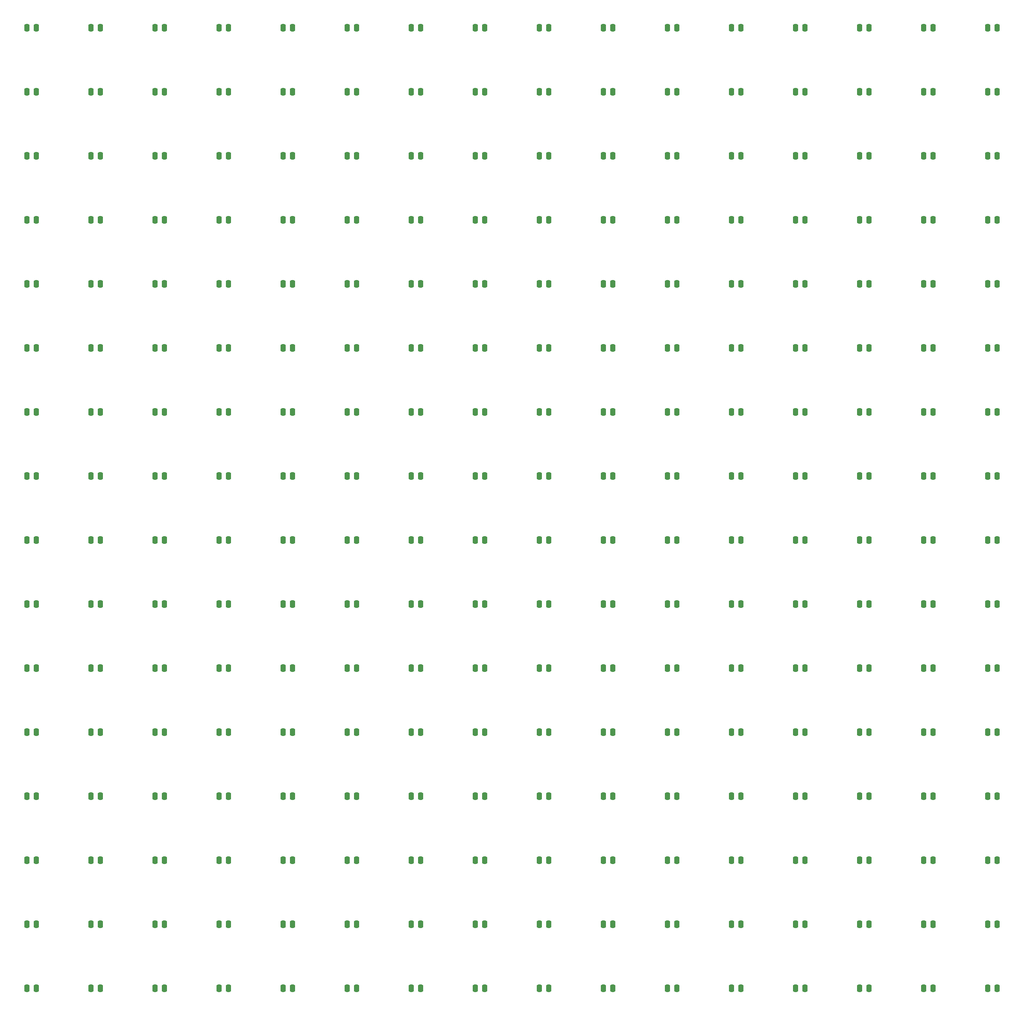
<source format=gbr>
%TF.GenerationSoftware,KiCad,Pcbnew,(7.0.0)*%
%TF.CreationDate,2023-07-17T21:56:26-06:00*%
%TF.ProjectId,led-matrix-v4,6c65642d-6d61-4747-9269-782d76342e6b,0*%
%TF.SameCoordinates,Original*%
%TF.FileFunction,Paste,Bot*%
%TF.FilePolarity,Positive*%
%FSLAX46Y46*%
G04 Gerber Fmt 4.6, Leading zero omitted, Abs format (unit mm)*
G04 Created by KiCad (PCBNEW (7.0.0)) date 2023-07-17 21:56:26*
%MOMM*%
%LPD*%
G01*
G04 APERTURE LIST*
G04 Aperture macros list*
%AMRoundRect*
0 Rectangle with rounded corners*
0 $1 Rounding radius*
0 $2 $3 $4 $5 $6 $7 $8 $9 X,Y pos of 4 corners*
0 Add a 4 corners polygon primitive as box body*
4,1,4,$2,$3,$4,$5,$6,$7,$8,$9,$2,$3,0*
0 Add four circle primitives for the rounded corners*
1,1,$1+$1,$2,$3*
1,1,$1+$1,$4,$5*
1,1,$1+$1,$6,$7*
1,1,$1+$1,$8,$9*
0 Add four rect primitives between the rounded corners*
20,1,$1+$1,$2,$3,$4,$5,0*
20,1,$1+$1,$4,$5,$6,$7,0*
20,1,$1+$1,$6,$7,$8,$9,0*
20,1,$1+$1,$8,$9,$2,$3,0*%
G04 Aperture macros list end*
%ADD10RoundRect,0.250000X0.250000X0.475000X-0.250000X0.475000X-0.250000X-0.475000X0.250000X-0.475000X0*%
G04 APERTURE END LIST*
D10*
%TO.C,C228*%
X224100000Y-209200000D03*
X222200000Y-209200000D03*
%TD*%
%TO.C,C36*%
X122500000Y-107600000D03*
X120600000Y-107600000D03*
%TD*%
%TO.C,C19*%
X109800000Y-82200000D03*
X107900000Y-82200000D03*
%TD*%
%TO.C,C90*%
X160600000Y-196500000D03*
X158700000Y-196500000D03*
%TD*%
%TO.C,C208*%
X186000000Y-171100000D03*
X184100000Y-171100000D03*
%TD*%
%TO.C,C153*%
X274900000Y-94900000D03*
X273000000Y-94900000D03*
%TD*%
%TO.C,C47*%
X97100000Y-120300000D03*
X95200000Y-120300000D03*
%TD*%
%TO.C,C200*%
X274900000Y-158400000D03*
X273000000Y-158400000D03*
%TD*%
%TO.C,C28*%
X135200000Y-94900000D03*
X133300000Y-94900000D03*
%TD*%
%TO.C,C173*%
X224100000Y-120300000D03*
X222200000Y-120300000D03*
%TD*%
%TO.C,C220*%
X236800000Y-196500000D03*
X234900000Y-196500000D03*
%TD*%
%TO.C,C113*%
X84400000Y-234600000D03*
X82500000Y-234600000D03*
%TD*%
%TO.C,C100*%
X122500000Y-209200000D03*
X120600000Y-209200000D03*
%TD*%
%TO.C,C162*%
X198700000Y-107600000D03*
X196800000Y-107600000D03*
%TD*%
%TO.C,C215*%
X262200000Y-183800000D03*
X260300000Y-183800000D03*
%TD*%
%TO.C,C27*%
X147900000Y-94900000D03*
X146000000Y-94900000D03*
%TD*%
%TO.C,C53*%
X135200000Y-133000000D03*
X133300000Y-133000000D03*
%TD*%
%TO.C,C59*%
X147900000Y-145700000D03*
X146000000Y-145700000D03*
%TD*%
%TO.C,C256*%
X186000000Y-247300000D03*
X184100000Y-247300000D03*
%TD*%
%TO.C,C125*%
X122500000Y-247300000D03*
X120600000Y-247300000D03*
%TD*%
%TO.C,C23*%
X160600000Y-82200000D03*
X158700000Y-82200000D03*
%TD*%
%TO.C,C167*%
X262200000Y-107600000D03*
X260300000Y-107600000D03*
%TD*%
%TO.C,C108*%
X135200000Y-221900000D03*
X133300000Y-221900000D03*
%TD*%
%TO.C,C166*%
X249500000Y-107600000D03*
X247600000Y-107600000D03*
%TD*%
%TO.C,C52*%
X122500000Y-133000000D03*
X120600000Y-133000000D03*
%TD*%
%TO.C,C140*%
X236800000Y-69500000D03*
X234900000Y-69500000D03*
%TD*%
%TO.C,C150*%
X249500000Y-82200000D03*
X247600000Y-82200000D03*
%TD*%
%TO.C,C135*%
X262200000Y-56800000D03*
X260300000Y-56800000D03*
%TD*%
%TO.C,C211*%
X211400000Y-183800000D03*
X209500000Y-183800000D03*
%TD*%
%TO.C,C73*%
X173300000Y-171100000D03*
X171400000Y-171100000D03*
%TD*%
%TO.C,C172*%
X236800000Y-120300000D03*
X234900000Y-120300000D03*
%TD*%
%TO.C,C196*%
X224100000Y-158400000D03*
X222200000Y-158400000D03*
%TD*%
%TO.C,C199*%
X262200000Y-158400000D03*
X260300000Y-158400000D03*
%TD*%
%TO.C,C65*%
X84400000Y-158400000D03*
X82500000Y-158400000D03*
%TD*%
%TO.C,C4*%
X122500000Y-56800000D03*
X120600000Y-56800000D03*
%TD*%
%TO.C,C239*%
X198700000Y-221900000D03*
X196800000Y-221900000D03*
%TD*%
%TO.C,C78*%
X109800000Y-171100000D03*
X107900000Y-171100000D03*
%TD*%
%TO.C,C242*%
X198700000Y-234600000D03*
X196800000Y-234600000D03*
%TD*%
%TO.C,C243*%
X211400000Y-234600000D03*
X209500000Y-234600000D03*
%TD*%
%TO.C,C210*%
X198700000Y-183800000D03*
X196800000Y-183800000D03*
%TD*%
%TO.C,C88*%
X173300000Y-183800000D03*
X171400000Y-183800000D03*
%TD*%
%TO.C,C67*%
X109800000Y-158400000D03*
X107900000Y-158400000D03*
%TD*%
%TO.C,C231*%
X262200000Y-209200000D03*
X260300000Y-209200000D03*
%TD*%
%TO.C,C112*%
X84400000Y-221900000D03*
X82500000Y-221900000D03*
%TD*%
%TO.C,C136*%
X274900000Y-56800000D03*
X273000000Y-56800000D03*
%TD*%
%TO.C,C193*%
X186000000Y-158400000D03*
X184100000Y-158400000D03*
%TD*%
%TO.C,C17*%
X84400000Y-82200000D03*
X82500000Y-82200000D03*
%TD*%
%TO.C,C158*%
X211400000Y-94900000D03*
X209500000Y-94900000D03*
%TD*%
%TO.C,C160*%
X186000000Y-94900000D03*
X184100000Y-94900000D03*
%TD*%
%TO.C,C101*%
X135200000Y-209200000D03*
X133300000Y-209200000D03*
%TD*%
%TO.C,C185*%
X274900000Y-145700000D03*
X273000000Y-145700000D03*
%TD*%
%TO.C,C99*%
X109800000Y-209200000D03*
X107900000Y-209200000D03*
%TD*%
%TO.C,C76*%
X135200000Y-171100000D03*
X133300000Y-171100000D03*
%TD*%
%TO.C,C70*%
X147900000Y-158400000D03*
X146000000Y-158400000D03*
%TD*%
%TO.C,C84*%
X122500000Y-183800000D03*
X120600000Y-183800000D03*
%TD*%
%TO.C,C226*%
X198700000Y-209200000D03*
X196800000Y-209200000D03*
%TD*%
%TO.C,C72*%
X173300000Y-158400000D03*
X171400000Y-158400000D03*
%TD*%
%TO.C,C223*%
X198700000Y-196500000D03*
X196800000Y-196500000D03*
%TD*%
%TO.C,C50*%
X97100000Y-133000000D03*
X95200000Y-133000000D03*
%TD*%
%TO.C,C39*%
X160600000Y-107600000D03*
X158700000Y-107600000D03*
%TD*%
%TO.C,C41*%
X173300000Y-120300000D03*
X171400000Y-120300000D03*
%TD*%
%TO.C,C25*%
X173300000Y-94900000D03*
X171400000Y-94900000D03*
%TD*%
%TO.C,C33*%
X84400000Y-107600000D03*
X82500000Y-107600000D03*
%TD*%
%TO.C,C232*%
X274900000Y-209200000D03*
X273000000Y-209200000D03*
%TD*%
%TO.C,C109*%
X122500000Y-221900000D03*
X120600000Y-221900000D03*
%TD*%
%TO.C,C44*%
X135200000Y-120300000D03*
X133300000Y-120300000D03*
%TD*%
%TO.C,C251*%
X249500000Y-247300000D03*
X247600000Y-247300000D03*
%TD*%
%TO.C,C168*%
X274900000Y-107600000D03*
X273000000Y-107600000D03*
%TD*%
%TO.C,C130*%
X198700000Y-56800000D03*
X196800000Y-56800000D03*
%TD*%
%TO.C,C222*%
X211400000Y-196500000D03*
X209500000Y-196500000D03*
%TD*%
%TO.C,C147*%
X211400000Y-82200000D03*
X209500000Y-82200000D03*
%TD*%
%TO.C,C237*%
X224100000Y-221900000D03*
X222200000Y-221900000D03*
%TD*%
%TO.C,C82*%
X97100000Y-183800000D03*
X95200000Y-183800000D03*
%TD*%
%TO.C,C1*%
X84400000Y-56800000D03*
X82500000Y-56800000D03*
%TD*%
%TO.C,C213*%
X236800000Y-183800000D03*
X234900000Y-183800000D03*
%TD*%
%TO.C,C35*%
X109800000Y-107600000D03*
X107900000Y-107600000D03*
%TD*%
%TO.C,C77*%
X122500000Y-171100000D03*
X120600000Y-171100000D03*
%TD*%
%TO.C,C138*%
X262200000Y-69500000D03*
X260300000Y-69500000D03*
%TD*%
%TO.C,C204*%
X236800000Y-171100000D03*
X234900000Y-171100000D03*
%TD*%
%TO.C,C157*%
X224100000Y-94900000D03*
X222200000Y-94900000D03*
%TD*%
%TO.C,C155*%
X249500000Y-94900000D03*
X247600000Y-94900000D03*
%TD*%
%TO.C,C119*%
X160600000Y-234600000D03*
X158700000Y-234600000D03*
%TD*%
%TO.C,C206*%
X211400000Y-171100000D03*
X209500000Y-171100000D03*
%TD*%
%TO.C,C61*%
X122500000Y-145700000D03*
X120600000Y-145700000D03*
%TD*%
%TO.C,C207*%
X198700000Y-171100000D03*
X196800000Y-171100000D03*
%TD*%
%TO.C,C221*%
X224100000Y-196500000D03*
X222200000Y-196500000D03*
%TD*%
%TO.C,C230*%
X249500000Y-209200000D03*
X247600000Y-209200000D03*
%TD*%
%TO.C,C9*%
X173300000Y-69500000D03*
X171400000Y-69500000D03*
%TD*%
%TO.C,C79*%
X97100000Y-171100000D03*
X95200000Y-171100000D03*
%TD*%
%TO.C,C252*%
X236800000Y-247300000D03*
X234900000Y-247300000D03*
%TD*%
%TO.C,C143*%
X198700000Y-69500000D03*
X196800000Y-69500000D03*
%TD*%
%TO.C,C188*%
X236800000Y-145700000D03*
X234900000Y-145700000D03*
%TD*%
%TO.C,C121*%
X173300000Y-247300000D03*
X171400000Y-247300000D03*
%TD*%
%TO.C,C192*%
X186000000Y-145700000D03*
X184100000Y-145700000D03*
%TD*%
%TO.C,C7*%
X160600000Y-56800000D03*
X158700000Y-56800000D03*
%TD*%
%TO.C,C16*%
X84400000Y-69500000D03*
X82500000Y-69500000D03*
%TD*%
%TO.C,C152*%
X274900000Y-82200000D03*
X273000000Y-82200000D03*
%TD*%
%TO.C,C187*%
X249500000Y-145700000D03*
X247600000Y-145700000D03*
%TD*%
%TO.C,C212*%
X224100000Y-183800000D03*
X222200000Y-183800000D03*
%TD*%
%TO.C,C198*%
X249500000Y-158400000D03*
X247600000Y-158400000D03*
%TD*%
%TO.C,C194*%
X198700000Y-158400000D03*
X196800000Y-158400000D03*
%TD*%
%TO.C,C144*%
X186000000Y-69500000D03*
X184100000Y-69500000D03*
%TD*%
%TO.C,C129*%
X186000000Y-56800000D03*
X184100000Y-56800000D03*
%TD*%
%TO.C,C142*%
X211400000Y-69500000D03*
X209500000Y-69500000D03*
%TD*%
%TO.C,C191*%
X198700000Y-145700000D03*
X196800000Y-145700000D03*
%TD*%
%TO.C,C37*%
X135200000Y-107600000D03*
X133300000Y-107600000D03*
%TD*%
%TO.C,C248*%
X274900000Y-234600000D03*
X273000000Y-234600000D03*
%TD*%
%TO.C,C240*%
X186000000Y-221900000D03*
X184100000Y-221900000D03*
%TD*%
%TO.C,C159*%
X198700000Y-94900000D03*
X196800000Y-94900000D03*
%TD*%
%TO.C,C236*%
X236800000Y-221900000D03*
X234900000Y-221900000D03*
%TD*%
%TO.C,C137*%
X274900000Y-69500000D03*
X273000000Y-69500000D03*
%TD*%
%TO.C,C95*%
X97100000Y-196500000D03*
X95200000Y-196500000D03*
%TD*%
%TO.C,C224*%
X186000000Y-196500000D03*
X184100000Y-196500000D03*
%TD*%
%TO.C,C55*%
X160600000Y-133000000D03*
X158700000Y-133000000D03*
%TD*%
%TO.C,C169*%
X274900000Y-120300000D03*
X273000000Y-120300000D03*
%TD*%
%TO.C,C146*%
X198700000Y-82200000D03*
X196800000Y-82200000D03*
%TD*%
%TO.C,C132*%
X224100000Y-56800000D03*
X222200000Y-56800000D03*
%TD*%
%TO.C,C209*%
X186000000Y-183800000D03*
X184100000Y-183800000D03*
%TD*%
%TO.C,C244*%
X224100000Y-234600000D03*
X222200000Y-234600000D03*
%TD*%
%TO.C,C31*%
X97100000Y-94900000D03*
X95200000Y-94900000D03*
%TD*%
%TO.C,C64*%
X84400000Y-145700000D03*
X82500000Y-145700000D03*
%TD*%
%TO.C,C18*%
X97100000Y-82200000D03*
X95200000Y-82200000D03*
%TD*%
%TO.C,C56*%
X173300000Y-133000000D03*
X171400000Y-133000000D03*
%TD*%
%TO.C,C80*%
X84400000Y-171100000D03*
X82500000Y-171100000D03*
%TD*%
%TO.C,C134*%
X249500000Y-56800000D03*
X247600000Y-56800000D03*
%TD*%
%TO.C,C111*%
X97100000Y-221900000D03*
X95200000Y-221900000D03*
%TD*%
%TO.C,C69*%
X135200000Y-158400000D03*
X133300000Y-158400000D03*
%TD*%
%TO.C,C93*%
X122500000Y-196500000D03*
X120600000Y-196500000D03*
%TD*%
%TO.C,C184*%
X274900000Y-133000000D03*
X273000000Y-133000000D03*
%TD*%
%TO.C,C66*%
X97100000Y-158400000D03*
X95200000Y-158400000D03*
%TD*%
%TO.C,C87*%
X160600000Y-183800000D03*
X158700000Y-183800000D03*
%TD*%
%TO.C,C5*%
X135200000Y-56800000D03*
X133300000Y-56800000D03*
%TD*%
%TO.C,C171*%
X249500000Y-120300000D03*
X247600000Y-120300000D03*
%TD*%
%TO.C,C20*%
X122500000Y-82200000D03*
X120600000Y-82200000D03*
%TD*%
%TO.C,C68*%
X122500000Y-158400000D03*
X120600000Y-158400000D03*
%TD*%
%TO.C,C81*%
X84400000Y-183800000D03*
X82500000Y-183800000D03*
%TD*%
%TO.C,C156*%
X236800000Y-94900000D03*
X234900000Y-94900000D03*
%TD*%
%TO.C,C107*%
X147900000Y-221900000D03*
X146000000Y-221900000D03*
%TD*%
%TO.C,C98*%
X97100000Y-209200000D03*
X95200000Y-209200000D03*
%TD*%
%TO.C,C216*%
X274900000Y-183800000D03*
X273000000Y-183800000D03*
%TD*%
%TO.C,C63*%
X97100000Y-145700000D03*
X95200000Y-145700000D03*
%TD*%
%TO.C,C13*%
X122500000Y-69500000D03*
X120600000Y-69500000D03*
%TD*%
%TO.C,C180*%
X224100000Y-133000000D03*
X222200000Y-133000000D03*
%TD*%
%TO.C,C106*%
X160600000Y-221900000D03*
X158700000Y-221900000D03*
%TD*%
%TO.C,C15*%
X97100000Y-69500000D03*
X95200000Y-69500000D03*
%TD*%
%TO.C,C38*%
X147900000Y-107600000D03*
X146000000Y-107600000D03*
%TD*%
%TO.C,C22*%
X147900000Y-82200000D03*
X146000000Y-82200000D03*
%TD*%
%TO.C,C115*%
X109800000Y-234600000D03*
X107900000Y-234600000D03*
%TD*%
%TO.C,C148*%
X224100000Y-82200000D03*
X222200000Y-82200000D03*
%TD*%
%TO.C,C49*%
X84400000Y-133000000D03*
X82500000Y-133000000D03*
%TD*%
%TO.C,C190*%
X211400000Y-145700000D03*
X209500000Y-145700000D03*
%TD*%
%TO.C,C58*%
X160600000Y-145700000D03*
X158700000Y-145700000D03*
%TD*%
%TO.C,C197*%
X236800000Y-158400000D03*
X234900000Y-158400000D03*
%TD*%
%TO.C,C118*%
X147900000Y-234600000D03*
X146000000Y-234600000D03*
%TD*%
%TO.C,C149*%
X236800000Y-82200000D03*
X234900000Y-82200000D03*
%TD*%
%TO.C,C57*%
X173300000Y-145700000D03*
X171400000Y-145700000D03*
%TD*%
%TO.C,C219*%
X249500000Y-196500000D03*
X247600000Y-196500000D03*
%TD*%
%TO.C,C189*%
X224100000Y-145700000D03*
X222200000Y-145700000D03*
%TD*%
%TO.C,C127*%
X97100000Y-247300000D03*
X95200000Y-247300000D03*
%TD*%
%TO.C,C203*%
X249500000Y-171100000D03*
X247600000Y-171100000D03*
%TD*%
%TO.C,C235*%
X249500000Y-221900000D03*
X247600000Y-221900000D03*
%TD*%
%TO.C,C30*%
X109800000Y-94900000D03*
X107900000Y-94900000D03*
%TD*%
%TO.C,C42*%
X160600000Y-120300000D03*
X158700000Y-120300000D03*
%TD*%
%TO.C,C54*%
X147900000Y-133000000D03*
X146000000Y-133000000D03*
%TD*%
%TO.C,C181*%
X236800000Y-133000000D03*
X234900000Y-133000000D03*
%TD*%
%TO.C,C46*%
X109800000Y-120300000D03*
X107900000Y-120300000D03*
%TD*%
%TO.C,C126*%
X109800000Y-247300000D03*
X107900000Y-247300000D03*
%TD*%
%TO.C,C2*%
X97100000Y-56800000D03*
X95200000Y-56800000D03*
%TD*%
%TO.C,C8*%
X173300000Y-56800000D03*
X171400000Y-56800000D03*
%TD*%
%TO.C,C154*%
X262200000Y-94900000D03*
X260300000Y-94900000D03*
%TD*%
%TO.C,C225*%
X186000000Y-209200000D03*
X184100000Y-209200000D03*
%TD*%
%TO.C,C250*%
X262200000Y-247300000D03*
X260300000Y-247300000D03*
%TD*%
%TO.C,C164*%
X224100000Y-107600000D03*
X222200000Y-107600000D03*
%TD*%
%TO.C,C247*%
X262200000Y-234600000D03*
X260300000Y-234600000D03*
%TD*%
%TO.C,C89*%
X173300000Y-196500000D03*
X171400000Y-196500000D03*
%TD*%
%TO.C,C92*%
X135200000Y-196500000D03*
X133300000Y-196500000D03*
%TD*%
%TO.C,C94*%
X109800000Y-196500000D03*
X107900000Y-196500000D03*
%TD*%
%TO.C,C217*%
X274900000Y-196500000D03*
X273000000Y-196500000D03*
%TD*%
%TO.C,C12*%
X135200000Y-69500000D03*
X133300000Y-69500000D03*
%TD*%
%TO.C,C43*%
X147900000Y-120300000D03*
X146000000Y-120300000D03*
%TD*%
%TO.C,C34*%
X97100000Y-107600000D03*
X95200000Y-107600000D03*
%TD*%
%TO.C,C234*%
X262200000Y-221900000D03*
X260300000Y-221900000D03*
%TD*%
%TO.C,C227*%
X211400000Y-209200000D03*
X209500000Y-209200000D03*
%TD*%
%TO.C,C201*%
X274900000Y-171100000D03*
X273000000Y-171100000D03*
%TD*%
%TO.C,C122*%
X160600000Y-247300000D03*
X158700000Y-247300000D03*
%TD*%
%TO.C,C86*%
X147900000Y-183800000D03*
X146000000Y-183800000D03*
%TD*%
%TO.C,C179*%
X211400000Y-133000000D03*
X209500000Y-133000000D03*
%TD*%
%TO.C,C195*%
X211400000Y-158400000D03*
X209500000Y-158400000D03*
%TD*%
%TO.C,C139*%
X249500000Y-69500000D03*
X247600000Y-69500000D03*
%TD*%
%TO.C,C29*%
X122500000Y-94900000D03*
X120600000Y-94900000D03*
%TD*%
%TO.C,C253*%
X224100000Y-247300000D03*
X222200000Y-247300000D03*
%TD*%
%TO.C,C104*%
X173300000Y-209200000D03*
X171400000Y-209200000D03*
%TD*%
%TO.C,C85*%
X135200000Y-183800000D03*
X133300000Y-183800000D03*
%TD*%
%TO.C,C48*%
X84400000Y-120300000D03*
X82500000Y-120300000D03*
%TD*%
%TO.C,C178*%
X198700000Y-133000000D03*
X196800000Y-133000000D03*
%TD*%
%TO.C,C21*%
X135200000Y-82200000D03*
X133300000Y-82200000D03*
%TD*%
%TO.C,C255*%
X198700000Y-247300000D03*
X196800000Y-247300000D03*
%TD*%
%TO.C,C249*%
X274900000Y-247300000D03*
X273000000Y-247300000D03*
%TD*%
%TO.C,C202*%
X262200000Y-171100000D03*
X260300000Y-171100000D03*
%TD*%
%TO.C,C218*%
X262200000Y-196500000D03*
X260300000Y-196500000D03*
%TD*%
%TO.C,C105*%
X173300000Y-221900000D03*
X171400000Y-221900000D03*
%TD*%
%TO.C,C10*%
X160600000Y-69500000D03*
X158700000Y-69500000D03*
%TD*%
%TO.C,C102*%
X147900000Y-209200000D03*
X146000000Y-209200000D03*
%TD*%
%TO.C,C103*%
X160600000Y-209200000D03*
X158700000Y-209200000D03*
%TD*%
%TO.C,C110*%
X109800000Y-221900000D03*
X107900000Y-221900000D03*
%TD*%
%TO.C,C71*%
X160600000Y-158400000D03*
X158700000Y-158400000D03*
%TD*%
%TO.C,C11*%
X147900000Y-69500000D03*
X146000000Y-69500000D03*
%TD*%
%TO.C,C97*%
X84400000Y-209200000D03*
X82500000Y-209200000D03*
%TD*%
%TO.C,C74*%
X160600000Y-171100000D03*
X158700000Y-171100000D03*
%TD*%
%TO.C,C233*%
X274900000Y-221900000D03*
X273000000Y-221900000D03*
%TD*%
%TO.C,C114*%
X97100000Y-234600000D03*
X95200000Y-234600000D03*
%TD*%
%TO.C,C124*%
X135200000Y-247300000D03*
X133300000Y-247300000D03*
%TD*%
%TO.C,C254*%
X211400000Y-247300000D03*
X209500000Y-247300000D03*
%TD*%
%TO.C,C117*%
X135200000Y-234600000D03*
X133300000Y-234600000D03*
%TD*%
%TO.C,C177*%
X186000000Y-133000000D03*
X184100000Y-133000000D03*
%TD*%
%TO.C,C51*%
X109800000Y-133000000D03*
X107900000Y-133000000D03*
%TD*%
%TO.C,C123*%
X147900000Y-247300000D03*
X146000000Y-247300000D03*
%TD*%
%TO.C,C83*%
X109800000Y-183800000D03*
X107900000Y-183800000D03*
%TD*%
%TO.C,C141*%
X224100000Y-69500000D03*
X222200000Y-69500000D03*
%TD*%
%TO.C,C40*%
X173300000Y-107600000D03*
X171400000Y-107600000D03*
%TD*%
%TO.C,C62*%
X109800000Y-145700000D03*
X107900000Y-145700000D03*
%TD*%
%TO.C,C163*%
X211400000Y-107600000D03*
X209500000Y-107600000D03*
%TD*%
%TO.C,C26*%
X160600000Y-94900000D03*
X158700000Y-94900000D03*
%TD*%
%TO.C,C245*%
X236800000Y-234600000D03*
X234900000Y-234600000D03*
%TD*%
%TO.C,C14*%
X109800000Y-69500000D03*
X107900000Y-69500000D03*
%TD*%
%TO.C,C120*%
X173300000Y-234600000D03*
X171400000Y-234600000D03*
%TD*%
%TO.C,C3*%
X109800000Y-56800000D03*
X107900000Y-56800000D03*
%TD*%
%TO.C,C60*%
X135200000Y-145700000D03*
X133300000Y-145700000D03*
%TD*%
%TO.C,C170*%
X262200000Y-120300000D03*
X260300000Y-120300000D03*
%TD*%
%TO.C,C32*%
X84400000Y-94900000D03*
X82500000Y-94900000D03*
%TD*%
%TO.C,C186*%
X262200000Y-145700000D03*
X260300000Y-145700000D03*
%TD*%
%TO.C,C182*%
X249500000Y-133000000D03*
X247600000Y-133000000D03*
%TD*%
%TO.C,C75*%
X147900000Y-171100000D03*
X146000000Y-171100000D03*
%TD*%
%TO.C,C96*%
X84400000Y-196500000D03*
X82500000Y-196500000D03*
%TD*%
%TO.C,C175*%
X198700000Y-120300000D03*
X196800000Y-120300000D03*
%TD*%
%TO.C,C246*%
X249500000Y-234600000D03*
X247600000Y-234600000D03*
%TD*%
%TO.C,C214*%
X249500000Y-183800000D03*
X247600000Y-183800000D03*
%TD*%
%TO.C,C6*%
X147900000Y-56800000D03*
X146000000Y-56800000D03*
%TD*%
%TO.C,C183*%
X262200000Y-133000000D03*
X260300000Y-133000000D03*
%TD*%
%TO.C,C176*%
X186000000Y-120300000D03*
X184100000Y-120300000D03*
%TD*%
%TO.C,C131*%
X211400000Y-56800000D03*
X209500000Y-56800000D03*
%TD*%
%TO.C,C238*%
X211400000Y-221900000D03*
X209500000Y-221900000D03*
%TD*%
%TO.C,C229*%
X236800000Y-209200000D03*
X234900000Y-209200000D03*
%TD*%
%TO.C,C205*%
X224100000Y-171100000D03*
X222200000Y-171100000D03*
%TD*%
%TO.C,C45*%
X122500000Y-120300000D03*
X120600000Y-120300000D03*
%TD*%
%TO.C,C165*%
X236800000Y-107600000D03*
X234900000Y-107600000D03*
%TD*%
%TO.C,C133*%
X236800000Y-56800000D03*
X234900000Y-56800000D03*
%TD*%
%TO.C,C24*%
X173300000Y-82200000D03*
X171400000Y-82200000D03*
%TD*%
%TO.C,C174*%
X211400000Y-120300000D03*
X209500000Y-120300000D03*
%TD*%
%TO.C,C128*%
X84400000Y-247300000D03*
X82500000Y-247300000D03*
%TD*%
%TO.C,C91*%
X147900000Y-196500000D03*
X146000000Y-196500000D03*
%TD*%
%TO.C,C241*%
X186000000Y-234600000D03*
X184100000Y-234600000D03*
%TD*%
%TO.C,C161*%
X186000000Y-107600000D03*
X184100000Y-107600000D03*
%TD*%
%TO.C,C151*%
X262200000Y-82200000D03*
X260300000Y-82200000D03*
%TD*%
%TO.C,C145*%
X186000000Y-82200000D03*
X184100000Y-82200000D03*
%TD*%
%TO.C,C116*%
X122500000Y-234600000D03*
X120600000Y-234600000D03*
%TD*%
M02*

</source>
